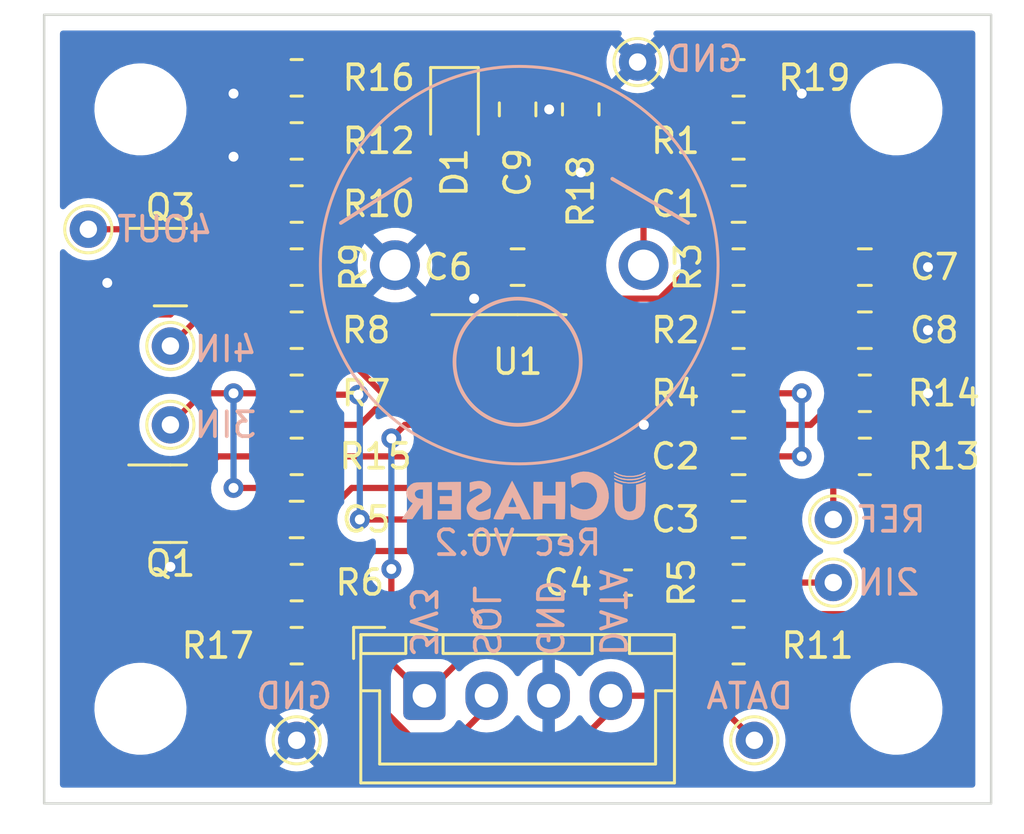
<source format=kicad_pcb>
(kicad_pcb (version 20221018) (generator pcbnew)
  (layers (0 "F.Cu" signal) (31 "B.Cu" signal) (34 "B.Paste" user) (35 "F.Paste" user) (36 "B.SilkS" user "B.Silkscreen") (37 "F.SilkS" user "F.Silkscreen") (38 "B.Mask" user) (39 "F.Mask" user) (44 "Edge.Cuts" user))
  (net 0 "")
  (net 1 "Net-(C1-Pad1)")
  (net 2 "Net-(U1D--)")
  (net 3 "Net-(C2-Pad1)")
  (net 4 "Net-(U1C--)")
  (net 5 "Net-(C3-Pad2)")
  (net 6 "Net-(C5-Pad1)")
  (net 7 "Net-(U1B--)")
  (net 8 "GND")
  (net 9 "+3.3V")
  (net 10 "Net-(U1B-+)")
  (net 11 "Net-(Q1-C)")
  (net 12 "Net-(D1-K)")
  (net 13 "Net-(D1-A)")
  (net 14 "/SQUELCH")
  (net 15 "/DATA")
  (net 16 "Net-(LS1-Pad1)")
  (net 17 "Net-(Q1-B)")
  (net 18 "Net-(Q3-B)")
  (net 19 "Net-(R2-Pad2)")
  (net 20 "Net-(R7-Pad2)")
  (net 21 "Net-(U1A-+)")
  (footprint "Resistor_SMD:R_0805_2012Metric" (layer "F.Cu") (at 88.9 64.77)
    (fp_text reference "R13" (at 3.175 0) (layer "F.SilkS"))
    (fp_text value "10K")
    (pad "1" smd roundrect (at -0.9125 0) (size 1.025 1.4) (layers "F.Cu" "F.Paste" "F.Mask") (roundrect_rratio 0.243902439) (net 10 "Net-(U1B-+)"))
    (pad "2" smd roundrect (at 0.9125 0) (size 1.025 1.4) (layers "F.Cu" "F.Paste" "F.Mask") (roundrect_rratio 0.243902439) (net 9 "+3.3V"))
  )
  (footprint "TestPoint:TestPoint_THTPad_D1.5mm_Drill0.7mm" (layer "F.Cu") (at 79.756 48.895)
    (fp_text reference "TP2" hide)
    (fp_text value "TestPoint")
    (pad "1" thru_hole circle (at 0 0) (size 1.5 1.5) (drill 0.7) (layers "*.Cu" "*.Mask") (net 8 "GND"))
  )
  (footprint "Resistor_SMD:R_0805_2012Metric" (layer "F.Cu") (at 88.9 62.23)
    (fp_text reference "R14" (at 3.175 0) (layer "F.SilkS"))
    (fp_text value "10K")
    (pad "1" smd roundrect (at -0.9125 0) (size 1.025 1.4) (layers "F.Cu" "F.Paste" "F.Mask") (roundrect_rratio 0.243902439) (net 10 "Net-(U1B-+)"))
    (pad "2" smd roundrect (at 0.9125 0) (size 1.025 1.4) (layers "F.Cu" "F.Paste" "F.Mask") (roundrect_rratio 0.243902439) (net 8 "GND"))
  )
  (footprint "TestPoint:TestPoint_THTPad_D1.5mm_Drill0.7mm" (layer "F.Cu") (at 87.63 69.85)
    (fp_text reference "TP3" hide)
    (fp_text value "TestPoint")
    (pad "1" thru_hole circle (at 0 0) (size 1.5 1.5) (drill 0.7) (layers "*.Cu" "*.Mask") (net 4 "Net-(U1C--)"))
  )
  (footprint "Capacitor_SMD:C_0805_2012Metric" (layer "F.Cu") (at 74.93 57.15)
    (fp_text reference "C6" (at -2.794 0) (layer "F.SilkS"))
    (fp_text value "1uF")
    (pad "1" smd roundrect (at -0.95 0) (size 1 1.45) (layers "F.Cu" "F.Paste" "F.Mask") (net 8 "GND"))
    (pad "2" smd roundrect (at 0.95 0) (size 1 1.45) (layers "F.Cu" "F.Paste" "F.Mask") (net 9 "+3.3V"))
  )
  (footprint "Resistor_SMD:R_0805_2012Metric" (layer "F.Cu") (at 83.82 57.15)
    (fp_text reference "R3" (at -2.032 0 90) (layer "F.SilkS"))
    (fp_text value "6.8K")
    (pad "1" smd roundrect (at -0.9125 0) (size 1.025 1.4) (layers "F.Cu" "F.Paste" "F.Mask") (roundrect_rratio 0.243902439) (net 19 "Net-(R2-Pad2)"))
    (pad "2" smd roundrect (at 0.9125 0) (size 1.025 1.4) (layers "F.Cu" "F.Paste" "F.Mask") (roundrect_rratio 0.243902439) (net 3 "Net-(C2-Pad1)"))
  )
  (footprint "Resistor_SMD:R_0805_2012Metric" (layer "F.Cu") (at 66.04 69.85 180)
    (fp_text reference "R6" (at -2.54 0) (layer "F.SilkS"))
    (fp_text value "10K")
    (pad "1" smd roundrect (at -0.9125 0 180) (size 1.025 1.4) (layers "F.Cu" "F.Paste" "F.Mask") (roundrect_rratio 0.243902439) (net 5 "Net-(C3-Pad2)"))
    (pad "2" smd roundrect (at 0.9125 0 180) (size 1.025 1.4) (layers "F.Cu" "F.Paste" "F.Mask") (roundrect_rratio 0.243902439) (net 6 "Net-(C5-Pad1)"))
  )
  (footprint "MountingHole:MountingHole_3.2mm_M3" (layer "F.Cu") (at 90.17 74.93)
    (fp_text reference "H4" hide)
    (fp_text value "MountingHole")
    (pad "" np_thru_hole circle (at 0 0) (size 3.2 3.2) (drill 3.2) (layers "*.Cu" "*.Mask"))
  )
  (footprint "Resistor_SMD:R_0805_2012Metric" (layer "F.Cu") (at 83.82 59.69)
    (fp_text reference "R2" (at -2.54 0) (layer "F.SilkS"))
    (fp_text value "75K")
    (pad "1" smd roundrect (at -0.9125 0) (size 1.025 1.4) (layers "F.Cu" "F.Paste" "F.Mask") (roundrect_rratio 0.243902439) (net 2 "Net-(U1D--)"))
    (pad "2" smd roundrect (at 0.9125 0) (size 1.025 1.4) (layers "F.Cu" "F.Paste" "F.Mask") (roundrect_rratio 0.243902439) (net 19 "Net-(R2-Pad2)"))
  )
  (footprint "Capacitor_SMD:C_0805_2012Metric" (layer "F.Cu") (at 88.9 59.69 180)
    (fp_text reference "C8" (at -2.794 0) (layer "F.SilkS"))
    (fp_text value "1uF")
    (pad "1" smd roundrect (at -0.95 0 180) (size 1 1.45) (layers "F.Cu" "F.Paste" "F.Mask") (net 8 "GND"))
    (pad "2" smd roundrect (at 0.95 0 180) (size 1 1.45) (layers "F.Cu" "F.Paste" "F.Mask") (net 10 "Net-(U1B-+)"))
  )
  (footprint "Resistor_SMD:R_0805_2012Metric" (layer "F.Cu") (at 83.82 72.39 180)
    (fp_text reference "R11" (at -3.175 0) (layer "F.SilkS"))
    (fp_text value "1K")
    (pad "1" smd roundrect (at -0.9125 0 180) (size 1.025 1.4) (layers "F.Cu" "F.Paste" "F.Mask") (roundrect_rratio 0.243902439) (net 15 "/DATA"))
    (pad "2" smd roundrect (at 0.9125 0 180) (size 1.025 1.4) (layers "F.Cu" "F.Paste" "F.Mask") (roundrect_rratio 0.243902439) (net 9 "+3.3V"))
  )
  (footprint "Connector_JST:JST_XH_B4B-XH-A_1x04_P2.50mm_Vertical" (layer "F.Cu") (at 71.18 74.405)
    (fp_text reference "J1" hide)
    (fp_text value "Conn_01x04_Socket")
    (pad "1" thru_hole roundrect (at 0 0) (size 1.7 1.95) (drill 0.95) (layers "*.Cu" "*.Mask") (roundrect_rratio 0.1470588235) (net 9 "+3.3V"))
    (pad "2" thru_hole oval (at 2.5 0) (size 1.7 1.95) (drill 0.95) (layers "*.Cu" "*.Mask") (net 14 "/SQUELCH"))
    (pad "3" thru_hole oval (at 5 0) (size 1.7 1.95) (drill 0.95) (layers "*.Cu" "*.Mask") (net 8 "GND"))
    (pad "4" thru_hole oval (at 7.5 0) (size 1.7 1.95) (drill 0.95) (layers "*.Cu" "*.Mask") (net 15 "/DATA"))
  )
  (footprint "Resistor_SMD:R_0805_2012Metric" (layer "F.Cu") (at 66.04 72.39 180)
    (fp_text reference "R17" (at 3.175 0) (layer "F.SilkS"))
    (fp_text value "10K")
    (pad "1" smd roundrect (at -0.9125 0 180) (size 1.025 1.4) (layers "F.Cu" "F.Paste" "F.Mask") (roundrect_rratio 0.243902439) (net 14 "/SQUELCH"))
    (pad "2" smd roundrect (at 0.9125 0 180) (size 1.025 1.4) (layers "F.Cu" "F.Paste" "F.Mask") (roundrect_rratio 0.243902439) (net 17 "Net-(Q1-B)"))
  )
  (footprint "Capacitor_SMD:C_0805_2012Metric" (layer "F.Cu") (at 88.9 57.15 180)
    (fp_text reference "C7" (at -2.794 0) (layer "F.SilkS"))
    (fp_text value "1nF")
    (pad "1" smd roundrect (at -0.95 0 180) (size 1 1.45) (layers "F.Cu" "F.Paste" "F.Mask") (net 8 "GND"))
    (pad "2" smd roundrect (at 0.95 0 180) (size 1 1.45) (layers "F.Cu" "F.Paste" "F.Mask") (net 10 "Net-(U1B-+)"))
  )
  (footprint "Resistor_SMD:R_0805_2012Metric" (layer "F.Cu") (at 66.04 62.23)
    (fp_text reference "R7" (at 2.794 0) (layer "F.SilkS"))
    (fp_text value "75K")
    (pad "1" smd roundrect (at -0.9125 0) (size 1.025 1.4) (layers "F.Cu" "F.Paste" "F.Mask") (roundrect_rratio 0.243902439) (net 7 "Net-(U1B--)"))
    (pad "2" smd roundrect (at 0.9125 0) (size 1.025 1.4) (layers "F.Cu" "F.Paste" "F.Mask") (roundrect_rratio 0.243902439) (net 20 "Net-(R7-Pad2)"))
  )
  (footprint "Resistor_SMD:R_0805_2012Metric" (layer "F.Cu") (at 66.04 52.07)
    (fp_text reference "R12" (at 3.302 0) (layer "F.SilkS"))
    (fp_text value "3.9K")
    (pad "1" smd roundrect (at -0.9125 0) (size 1.025 1.4) (layers "F.Cu" "F.Paste" "F.Mask") (roundrect_rratio 0.243902439) (net 8 "GND"))
    (pad "2" smd roundrect (at 0.9125 0) (size 1.025 1.4) (layers "F.Cu" "F.Paste" "F.Mask") (roundrect_rratio 0.243902439) (net 18 "Net-(Q3-B)"))
  )
  (footprint "Resistor_SMD:R_0805_2012Metric" (layer "F.Cu") (at 66.04 57.15 180)
    (fp_text reference "R9" (at -2.286 0 90) (layer "F.SilkS"))
    (fp_text value "120K")
    (pad "1" smd roundrect (at -0.9125 0 180) (size 1.025 1.4) (layers "F.Cu" "F.Paste" "F.Mask") (roundrect_rratio 0.243902439) (net 21 "Net-(U1A-+)"))
    (pad "2" smd roundrect (at 0.9125 0 180) (size 1.025 1.4) (layers "F.Cu" "F.Paste" "F.Mask") (roundrect_rratio 0.243902439) (net 15 "/DATA"))
  )
  (footprint "MountingHole:MountingHole_3.2mm_M3" (layer "F.Cu") (at 59.755 74.93)
    (fp_text reference "H3" hide)
    (fp_text value "MountingHole")
    (pad "" np_thru_hole circle (at 0 0) (size 3.2 3.2) (drill 3.2) (layers "*.Cu" "*.Mask"))
  )
  (footprint "Resistor_SMD:R_0805_2012Metric" (layer "F.Cu") (at 83.82 49.53 180)
    (fp_text reference "R19" (at -3.048 0 180) (layer "F.SilkS"))
    (fp_text value "DO NOT POPULATE")
    (pad "1" smd roundrect (at -0.9125 0 180) (size 1.025 1.4) (layers "F.Cu" "F.Paste" "F.Mask") (roundrect_rratio 0.243902439) (net 8 "GND"))
    (pad "2" smd roundrect (at 0.9125 0 180) (size 1.025 1.4) (layers "F.Cu" "F.Paste" "F.Mask") (roundrect_rratio 0.243902439) (net 16 "Net-(LS1-Pad1)"))
  )
  (footprint "TestPoint:TestPoint_THTPad_D1.5mm_Drill0.7mm" (layer "F.Cu") (at 60.96 63.5)
    (fp_text reference "TP5" hide)
    (fp_text value "TestPoint")
    (pad "1" thru_hole circle (at 0 0) (size 1.5 1.5) (drill 0.7) (layers "*.Cu" "*.Mask") (net 7 "Net-(U1B--)"))
  )
  (footprint "Resistor_SMD:R_0805_2012Metric" (layer "F.Cu") (at 83.82 62.23)
    (fp_text reference "R4" (at -2.54 0) (layer "F.SilkS"))
    (fp_text value "220")
    (pad "1" smd roundrect (at -0.9125 0) (size 1.025 1.4) (layers "F.Cu" "F.Paste" "F.Mask") (roundrect_rratio 0.243902439) (net 10 "Net-(U1B-+)"))
    (pad "2" smd roundrect (at 0.9125 0) (size 1.025 1.4) (layers "F.Cu" "F.Paste" "F.Mask") (roundrect_rratio 0.243902439) (net 3 "Net-(C2-Pad1)"))
  )
  (footprint "Package_TO_SOT_SMD:SOT-23" (layer "F.Cu") (at 60.96 57.15)
    (fp_text reference "Q3" (at 0 -2.4) (layer "F.SilkS"))
    (fp_text value "MMBT3904")
    (pad "1" smd roundrect (at -0.9375 -0.95) (size 1.475 0.6) (layers "F.Cu" "F.Paste" "F.Mask") (net 18 "Net-(Q3-B)"))
    (pad "2" smd roundrect (at -0.9375 0.95) (size 1.475 0.6) (layers "F.Cu" "F.Paste" "F.Mask") (net 8 "GND"))
    (pad "3" smd roundrect (at 0.9375 0) (size 1.475 0.6) (layers "F.Cu" "F.Paste" "F.Mask") (net 15 "/DATA"))
  )
  (footprint "Resistor_SMD:R_0805_2012Metric" (layer "F.Cu") (at 77.47 50.8 90)
    (fp_text reference "R18" (at -3.302 0 270) (layer "F.SilkS"))
    (fp_text value "100")
    (pad "1" smd roundrect (at -0.9125 0 90) (size 1.025 1.4) (layers "F.Cu" "F.Paste" "F.Mask") (roundrect_rratio 0.243902439) (net 8 "GND"))
    (pad "2" smd roundrect (at 0.9125 0 90) (size 1.025 1.4) (layers "F.Cu" "F.Paste" "F.Mask") (roundrect_rratio 0.243902439) (net 12 "Net-(D1-K)"))
  )
  (footprint "Package_SO:SOIC-14_3.9x8.7mm_P1.27mm" (layer "F.Cu") (at 74.93 63.5)
    (fp_text reference "U1" (at 0 -2.54) (layer "F.SilkS"))
    (fp_text value "LM324")
    (pad "1" smd roundrect (at -2.475 -3.81) (size 1.95 0.6) (layers "F.Cu" "F.Paste" "F.Mask") (net 13 "Net-(D1-A)"))
    (pad "2" smd roundrect (at -2.475 -2.54) (size 1.95 0.6) (layers "F.Cu" "F.Paste" "F.Mask") (net 11 "Net-(Q1-C)"))
    (pad "3" smd roundrect (at -2.475 -1.27) (size 1.95 0.6) (layers "F.Cu" "F.Paste" "F.Mask") (net 21 "Net-(U1A-+)"))
    (pad "4" smd roundrect (at -2.475 0) (size 1.95 0.6) (layers "F.Cu" "F.Paste" "F.Mask") (net 9 "+3.3V"))
    (pad "5" smd roundrect (at -2.475 1.27) (size 1.95 0.6) (layers "F.Cu" "F.Paste" "F.Mask") (net 10 "Net-(U1B-+)"))
    (pad "6" smd roundrect (at -2.475 2.54) (size 1.95 0.6) (layers "F.Cu" "F.Paste" "F.Mask") (net 7 "Net-(U1B--)"))
    (pad "7" smd roundrect (at -2.475 3.81) (size 1.95 0.6) (layers "F.Cu" "F.Paste" "F.Mask") (net 20 "Net-(R7-Pad2)"))
    (pad "8" smd roundrect (at 2.475 3.81) (size 1.95 0.6) (layers "F.Cu" "F.Paste" "F.Mask") (net 5 "Net-(C3-Pad2)"))
    (pad "9" smd roundrect (at 2.475 2.54) (size 1.95 0.6) (layers "F.Cu" "F.Paste" "F.Mask") (net 4 "Net-(U1C--)"))
    (pad "10" smd roundrect (at 2.475 1.27) (size 1.95 0.6) (layers "F.Cu" "F.Paste" "F.Mask") (net 10 "Net-(U1B-+)"))
    (pad "11" smd roundrect (at 2.475 0) (size 1.95 0.6) (layers "F.Cu" "F.Paste" "F.Mask") (net 8 "GND"))
    (pad "12" smd roundrect (at 2.475 -1.27) (size 1.95 0.6) (layers "F.Cu" "F.Paste" "F.Mask") (net 10 "Net-(U1B-+)"))
    (pad "13" smd roundrect (at 2.475 -2.54) (size 1.95 0.6) (layers "F.Cu" "F.Paste" "F.Mask") (net 2 "Net-(U1D--)"))
    (pad "14" smd roundrect (at 2.475 -3.81) (size 1.95 0.6) (layers "F.Cu" "F.Paste" "F.Mask") (net 19 "Net-(R2-Pad2)"))
  )
  (footprint "Capacitor_SMD:C_0805_2012Metric" (layer "F.Cu") (at 83.82 64.77 180)
    (fp_text reference "C2" (at 2.54 0) (layer "F.SilkS"))
    (fp_text value "1nF")
    (pad "1" smd roundrect (at -0.95 0 180) (size 1 1.45) (layers "F.Cu" "F.Paste" "F.Mask") (net 3 "Net-(C2-Pad1)"))
    (pad "2" smd roundrect (at 0.95 0 180) (size 1 1.45) (layers "F.Cu" "F.Paste" "F.Mask") (net 4 "Net-(U1C--)"))
  )
  (footprint "LED_SMD:LED_0805_2012Metric" (layer "F.Cu") (at 72.39 50.8 -90)
    (fp_text reference "D1" (at 2.54 0 90) (layer "F.SilkS"))
    (fp_text value "LED")
    (pad "1" smd roundrect (at -0.9375 0 270) (size 0.975 1.4) (layers "F.Cu" "F.Paste" "F.Mask") (net 12 "Net-(D1-K)"))
    (pad "2" smd roundrect (at 0.9375 0 270) (size 0.975 1.4) (layers "F.Cu" "F.Paste" "F.Mask") (net 13 "Net-(D1-A)"))
  )
  (footprint "Package_TO_SOT_SMD:SOT-23" (layer "F.Cu") (at 60.96 66.675)
    (fp_text reference "Q1" (at 0 2.413) (layer "F.SilkS"))
    (fp_text value "MMBT3904")
    (pad "1" smd roundrect (at -0.9375 -0.95) (size 1.475 0.6) (layers "F.Cu" "F.Paste" "F.Mask") (net 17 "Net-(Q1-B)"))
    (pad "2" smd roundrect (at -0.9375 0.95) (size 1.475 0.6) (layers "F.Cu" "F.Paste" "F.Mask") (net 8 "GND"))
    (pad "3" smd roundrect (at 0.9375 0) (size 1.475 0.6) (layers "F.Cu" "F.Paste" "F.Mask") (net 11 "Net-(Q1-C)"))
  )
  (footprint "Resistor_SMD:R_0805_2012Metric" (layer "F.Cu") (at 66.04 54.61 180)
    (fp_text reference "R10" (at -3.302 0) (layer "F.SilkS"))
    (fp_text value "10K")
    (pad "1" smd roundrect (at -0.9125 0 180) (size 1.025 1.4) (layers "F.Cu" "F.Paste" "F.Mask") (roundrect_rratio 0.243902439) (net 13 "Net-(D1-A)"))
    (pad "2" smd roundrect (at 0.9125 0 180) (size 1.025 1.4) (layers "F.Cu" "F.Paste" "F.Mask") (roundrect_rratio 0.243902439) (net 18 "Net-(Q3-B)"))
  )
  (footprint "TestPoint:TestPoint_THTPad_D1.5mm_Drill0.7mm" (layer "F.Cu") (at 57.658 55.626)
    (fp_text reference "TP7" hide)
    (fp_text value "TestPoint")
    (pad "1" thru_hole circle (at 0 0) (size 1.5 1.5) (drill 0.7) (layers "*.Cu" "*.Mask") (net 13 "Net-(D1-A)"))
  )
  (footprint "Resistor_SMD:R_0805_2012Metric" (layer "F.Cu") (at 83.82 69.85 180)
    (fp_text reference "R5" (at 2.286 0 90) (layer "F.SilkS"))
    (fp_text value "75K")
    (pad "1" smd roundrect (at -0.9125 0 180) (size 1.025 1.4) (layers "F.Cu" "F.Paste" "F.Mask") (roundrect_rratio 0.243902439) (net 4 "Net-(U1C--)"))
    (pad "2" smd roundrect (at 0.9125 0 180) (size 1.025 1.4) (layers "F.Cu" "F.Paste" "F.Mask") (roundrect_rratio 0.243902439) (net 5 "Net-(C3-Pad2)"))
  )
  (footprint "TestPoint:TestPoint_THTPad_D1.5mm_Drill0.7mm" (layer "F.Cu") (at 66.04 76.2)
    (fp_text reference "TP1" hide)
    (fp_text value "TestPoint")
    (pad "1" thru_hole circle (at 0 0) (size 1.5 1.5) (drill 0.7) (layers "*.Cu" "*.Mask") (net 8 "GND"))
  )
  (footprint "Capacitor_SMD:C_0805_2012Metric" (layer "F.Cu") (at 83.82 54.61 180)
    (fp_text reference "C1" (at 2.54 0) (layer "F.SilkS"))
    (fp_text value "10nF")
    (pad "1" smd roundrect (at -0.95 0 180) (size 1 1.45) (layers "F.Cu" "F.Paste" "F.Mask") (net 1 "Net-(C1-Pad1)"))
    (pad "2" smd roundrect (at 0.95 0 180) (size 1 1.45) (layers "F.Cu" "F.Paste" "F.Mask") (net 2 "Net-(U1D--)"))
  )
  (footprint "MountingHole:MountingHole_3.2mm_M3" (layer "F.Cu") (at 90.17 50.8)
    (fp_text reference "H2" hide)
    (fp_text value "MountingHole")
    (pad "" np_thru_hole circle (at 0 0) (size 3.2 3.2) (drill 3.2) (layers "*.Cu" "*.Mask"))
  )
  (footprint "Capacitor_SMD:C_0805_2012Metric" (layer "F.Cu") (at 66.04 67.31)
    (fp_text reference "C5" (at 2.794 0) (layer "F.SilkS"))
    (fp_text value "10nF")
    (pad "1" smd roundrect (at -0.95 0) (size 1 1.45) (layers "F.Cu" "F.Paste" "F.Mask") (net 6 "Net-(C5-Pad1)"))
    (pad "2" smd roundrect (at 0.95 0) (size 1 1.45) (layers "F.Cu" "F.Paste" "F.Mask") (net 7 "Net-(U1B--)"))
  )
  (footprint "Resistor_SMD:R_0805_2012Metric" (layer "F.Cu") (at 66.04 59.69)
    (fp_text reference "R8" (at 2.794 0) (layer "F.SilkS"))
    (fp_text value "4.3K")
    (pad "1" smd roundrect (at -0.9125 0) (size 1.025 1.4) (layers "F.Cu" "F.Paste" "F.Mask") (roundrect_rratio 0.243902439) (net 20 "Net-(R7-Pad2)"))
    (pad "2" smd roundrect (at 0.9125 0) (size 1.025 1.4) (layers "F.Cu" "F.Paste" "F.Mask") (roundrect_rratio 0.243902439) (net 21 "Net-(U1A-+)"))
  )
  (footprint "Resistor_SMD:R_0805_2012Metric" (layer "F.Cu") (at 83.82 52.07)
    (fp_text reference "R1" (at -2.54 0) (layer "F.SilkS"))
    (fp_text value "10K")
    (pad "1" smd roundrect (at -0.9125 0) (size 1.025 1.4) (layers "F.Cu" "F.Paste" "F.Mask") (roundrect_rratio 0.243902439) (net 16 "Net-(LS1-Pad1)"))
    (pad "2" smd roundrect (at 0.9125 0) (size 1.025 1.4) (layers "F.Cu" "F.Paste" "F.Mask") (roundrect_rratio 0.243902439) (net 1 "Net-(C1-Pad1)"))
  )
  (footprint "Capacitor_SMD:C_0805_2012Metric" (layer "F.Cu") (at 74.93 50.8 -90)
    (fp_text reference "C9" (at 2.54 0 -90) (layer "F.SilkS"))
    (fp_text value "1nF")
    (pad "1" smd roundrect (at -0.95 0 270) (size 1 1.45) (layers "F.Cu" "F.Paste" "F.Mask") (net 8 "GND"))
    (pad "2" smd roundrect (at 0.95 0 270) (size 1 1.45) (layers "F.Cu" "F.Paste" "F.Mask") (net 11 "Net-(Q1-C)"))
  )
  (footprint "Resistor_SMD:R_0805_2012Metric" (layer "F.Cu") (at 66.04 64.77)
    (fp_text reference "R15" (at 3.175 0) (layer "F.SilkS"))
    (fp_text value "120K")
    (pad "1" smd roundrect (at -0.9125 0) (size 1.025 1.4) (layers "F.Cu" "F.Paste" "F.Mask") (roundrect_rratio 0.243902439) (net 11 "Net-(Q1-C)"))
    (pad "2" smd roundrect (at 0.9125 0) (size 1.025 1.4) (layers "F.Cu" "F.Paste" "F.Mask") (roundrect_rratio 0.243902439) (net 10 "Net-(U1B-+)"))
  )
  (footprint "TestPoint:TestPoint_THTPad_D1.5mm_Drill0.7mm" (layer "F.Cu") (at 87.63 67.31)
    (fp_text reference "TP4" hide)
    (fp_text value "TestPoint")
    (pad "1" thru_hole circle (at 0 0) (size 1.5 1.5) (drill 0.7) (layers "*.Cu" "*.Mask") (net 10 "Net-(U1B-+)"))
  )
  (footprint "Capacitor_SMD:C_0805_2012Metric" (layer "F.Cu") (at 83.82 67.31 180)
    (fp_text reference "C3" (at 2.54 0) (layer "F.SilkS"))
    (fp_text value "1nF")
    (pad "1" smd roundrect (at -0.95 0 180) (size 1 1.45) (layers "F.Cu" "F.Paste" "F.Mask") (net 3 "Net-(C2-Pad1)"))
    (pad "2" smd roundrect (at 0.95 0 180) (size 1 1.45) (layers "F.Cu" "F.Paste" "F.Mask") (net 5 "Net-(C3-Pad2)"))
  )
  (footprint "TestPoint:TestPoint_THTPad_D1.5mm_Drill0.7mm" (layer "F.Cu") (at 60.96 60.325)
    (fp_text reference "TP6" hide)
    (fp_text value "TestPoint")
    (pad "1" thru_hole circle (at 0 0) (size 1.5 1.5) (drill 0.7) (layers "*.Cu" "*.Mask") (net 21 "Net-(U1A-+)"))
  )
  (footprint "Capacitor_SMD:C_0603_1608Metric" (layer "F.Cu") (at 79.375 69.85 180)
    (fp_text reference "C4" (at 2.413 0) (layer "F.SilkS"))
    (fp_text value "68pF")
    (pad "1" smd roundrect (at -0.775 0 180) (size 0.9 0.95) (layers "F.Cu" "F.Paste" "F.Mask") (net 4 "Net-(U1C--)"))
    (pad "2" smd roundrect (at 0.775 0 180) (size 0.9 0.95) (layers "F.Cu" "F.Paste" "F.Mask") (net 5 "Net-(C3-Pad2)"))
  )
  (footprint "TestPoint:TestPoint_THTPad_D1.5mm_Drill0.7mm" (layer "F.Cu") (at 84.455 76.2)
    (fp_text reference "TP8" hide)
    (fp_text value "TestPoint")
    (pad "1" thru_hole circle (at 0 0) (size 1.5 1.5) (drill 0.7) (layers "*.Cu" "*.Mask") (net 15 "/DATA"))
  )
  (footprint "MountingHole:MountingHole_3.2mm_M3" (layer "F.Cu") (at 59.755 50.8)
    (fp_text reference "H1" hide)
    (fp_text value "MountingHole")
    (pad "" np_thru_hole circle (at 0 0) (size 3.2 3.2) (drill 3.2) (layers "*.Cu" "*.Mask"))
  )
  (footprint "Resistor_SMD:R_0805_2012Metric" (layer "F.Cu") (at 66.04 49.53 180)
    (fp_text reference "R16" (at -3.302 0) (layer "F.SilkS"))
    (fp_text value "2M")
    (pad "1" smd roundrect (at -0.9125 0 180) (size 1.025 1.4) (layers "F.Cu" "F.Paste" "F.Mask") (roundrect_rratio 0.243902439) (net 11 "Net-(Q1-C)"))
    (pad "2" smd roundrect (at 0.9125 0 180) (size 1.025 1.4) (layers "F.Cu" "F.Paste" "F.Mask") (roundrect_rratio 0.243902439) (net 8 "GND"))
  )
  (footprint "uFinder:logo" (layer "B.Cu") (at 74.93 66.294 180)
    (fp_text reference "Logo1" hide)
    (fp_text value "~" hide)
  )
  (footprint "uFinder:ULTRASONIC_16MM" (layer "B.Cu") (at 74.995 57.07 90)
    (fp_text reference "LS1" hide)
    (fp_text value "Speaker_Ultrasound")
    (pad "1" thru_hole circle (at 0 5 90) (size 2 2) (drill 1.25) (layers "*.Cu" "*.Mask") (net 16 "Net-(LS1-Pad1)"))
    (pad "2" thru_hole circle (at 0 -5 90) (size 2 2) (drill 1.25) (layers "*.Cu" "*.Mask") (net 8 "GND"))
  )
  (gr_circle (center 74.93 60.96) (end 77.47 60.96) (stroke (width 0.15)) (fill none) (layer "B.SilkS"))
  (gr_line (start 81.788 55.372) (end 78.74 53.594) (stroke (width 0.15)) (layer "B.SilkS"))
  (gr_line (start 67.818 55.372) (end 70.612 53.594) (stroke (width 0.15)) (layer "B.SilkS"))
  (gr_rect (start 55.88 46.99) (end 93.98 78.74) (stroke (width 0.1)) (fill none) (layer "Edge.Cuts"))
  (gr_text "DATA" (at 78.74 72.898 270) (layer "B.SilkS") (effects (font (size 1 1)) (justify left mirror)))
  (gr_text "Rec V0.2" (at 74.93 68.834) (layer "B.SilkS") (effects (font (size 1 1)) (justify bottom mirror)))
  (gr_text "4OUT" (at 62.738 55.626) (layer "B.SilkS") (effects (font (size 1 1)) (justify left mirror)))
  (gr_text "GND" (at 84.074 48.768) (layer "B.SilkS") (effects (font (size 1 1)) (justify left mirror)))
  (gr_text "REF" (at 91.44 67.31) (layer "B.SilkS") (effects (font (size 1 1)) (justify left mirror)))
  (gr_text "3IN" (at 64.516 63.5) (layer "B.SilkS") (effects (font (size 1 1)) (justify left mirror)))
  (gr_text "GND" (at 76.2 72.898 270) (layer "B.SilkS") (effects (font (size 1 1)) (justify left mirror)))
  (gr_text "4IN" (at 64.516 60.452) (layer "B.SilkS") (effects (font (size 1 1)) (justify left mirror)))
  (gr_text "3V3" (at 71.12 72.898 270) (layer "B.SilkS") (effects (font (size 1 1)) (justify left mirror)))
  (gr_text "2IN" (at 91.186 69.85) (layer "B.SilkS") (effects (font (size 1 1)) (justify left mirror)))
  (gr_text "GND" (at 67.564 74.422) (layer "B.SilkS") (effects (font (size 1 1)) (justify left mirror)))
  (gr_text "DATA" (at 86.106 74.422) (layer "B.SilkS") (effects (font (size 1 1)) (justify left mirror)))
  (gr_text "SQL" (at 73.66 72.898 270) (layer "B.SilkS") (effects (font (size 1 1)) (justify left mirror)))
  (segment (start 84.77 52.1075) (end 84.7325 52.07) (width 0.25) (layer "F.Cu") (net 1))
  (segment (start 84.77 54.61) (end 84.77 52.1075) (width 0.25) (layer "F.Cu") (net 1))
  (segment (start 77.028249 58.42) (end 76.105 59.343249) (width 0.25) (layer "F.Cu") (net 2))
  (segment (start 81.915 55.565) (end 81.915 57.15) (width 0.25) (layer "F.Cu") (net 2))
  (segment (start 81.6375 60.96) (end 82.9075 59.69) (width 0.25) (layer "F.Cu") (net 2))
  (segment (start 77.028249 60.96) (end 77.405 60.96) (width 0.25) (layer "F.Cu") (net 2))
  (segment (start 77.405 60.96) (end 81.6375 60.96) (width 0.25) (layer "F.Cu") (net 2))
  (segment (start 82.87 54.61) (end 81.915 55.565) (width 0.25) (layer "F.Cu") (net 2))
  (segment (start 76.105 60.036751) (end 77.028249 60.96) (width 0.25) (layer "F.Cu") (net 2))
  (segment (start 81.915 57.15) (end 80.645 58.42) (width 0.25) (layer "F.Cu") (net 2))
  (segment (start 80.645 58.42) (end 77.028249 58.42) (width 0.25) (layer "F.Cu") (net 2))
  (segment (start 76.105 59.343249) (end 76.105 60.036751) (width 0.25) (layer "F.Cu") (net 2))
  (segment (start 84.7325 62.23) (end 85.725 61.2375) (width 0.25) (layer "F.Cu") (net 3))
  (segment (start 85.725 58.1425) (end 84.7325 57.15) (width 0.25) (layer "F.Cu") (net 3))
  (segment (start 84.77 64.77) (end 86.36 64.77) (width 0.25) (layer "F.Cu") (net 3))
  (segment (start 86.36 62.23) (end 84.7325 62.23) (width 0.25) (layer "F.Cu") (net 3))
  (segment (start 84.77 67.31) (end 84.77 64.77) (width 0.25) (layer "F.Cu") (net 3))
  (segment (start 85.725 61.2375) (end 85.725 58.1425) (width 0.25) (layer "F.Cu") (net 3))
  (via (at 86.36 64.77) (size 0.8) (drill 0.4) (layers "F.Cu" "B.Cu") (net 3))
  (via (at 86.36 62.23) (size 0.8) (drill 0.4) (layers "F.Cu" "B.Cu") (net 3))
  (segment (start 86.36 64.77) (end 86.36 62.23) (width 0.25) (layer "B.Cu") (net 3))
  (segment (start 81.28 71.12) (end 83.4625 71.12) (width 0.25) (layer "F.Cu") (net 4))
  (segment (start 83.4625 71.12) (end 84.7325 69.85) (width 0.25) (layer "F.Cu") (net 4))
  (segment (start 83.745 68.8625) (end 83.745 65.645) (width 0.25) (layer "F.Cu") (net 4))
  (segment (start 77.405 66.04) (end 81.6 66.04) (width 0.25) (layer "F.Cu") (net 4))
  (segment (start 81.6 66.04) (end 82.87 64.77) (width 0.25) (layer "F.Cu") (net 4))
  (segment (start 84.7325 69.85) (end 87.63 69.85) (width 0.25) (layer "F.Cu") (net 4))
  (segment (start 80.15 69.85) (end 80.15 69.99) (width 0.25) (layer "F.Cu") (net 4))
  (segment (start 84.7325 69.85) (end 83.745 68.8625) (width 0.25) (layer "F.Cu") (net 4))
  (segment (start 80.15 69.99) (end 81.28 71.12) (width 0.25) (layer "F.Cu") (net 4))
  (segment (start 83.745 65.645) (end 82.87 64.77) (width 0.25) (layer "F.Cu") (net 4))
  (segment (start 66.9525 69.85) (end 68.2225 68.58) (width 0.25) (layer "F.Cu") (net 5))
  (segment (start 82.87 67.31) (end 82.87 69.8125) (width 0.25) (layer "F.Cu") (net 5))
  (segment (start 77.405 67.31) (end 77.405 68.655) (width 0.25) (layer "F.Cu") (net 5))
  (segment (start 77.405 68.655) (end 78.6 69.85) (width 0.25) (layer "F.Cu") (net 5))
  (segment (start 76.2 67.31) (end 77.405 67.31) (width 0.25) (layer "F.Cu") (net 5))
  (segment (start 74.93 68.58) (end 76.2 67.31) (width 0.25) (layer "F.Cu") (net 5))
  (segment (start 68.2225 68.58) (end 74.93 68.58) (width 0.25) (layer "F.Cu") (net 5))
  (segment (start 77.405 67.31) (end 82.87 67.31) (width 0.25) (layer "F.Cu") (net 5))
  (segment (start 82.87 69.8125) (end 82.9075 69.85) (width 0.25) (layer "F.Cu") (net 5))
  (segment (start 65.1275 67.3475) (end 65.09 67.31) (width 0.25) (layer "F.Cu") (net 6))
  (segment (start 65.1275 69.85) (end 65.1275 67.3475) (width 0.25) (layer "F.Cu") (net 6))
  (segment (start 65.72 66.04) (end 66.99 67.31) (width 0.25) (layer "F.Cu") (net 7))
  (segment (start 66.99 67.31) (end 68.26 66.04) (width 0.25) (layer "F.Cu") (net 7))
  (segment (start 63.5 66.04) (end 65.72 66.04) (width 0.25) (layer "F.Cu") (net 7))
  (segment (start 62.23 62.23) (end 63.5 62.23) (width 0.25) (layer "F.Cu") (net 7))
  (segment (start 68.26 66.04) (end 72.455 66.04) (width 0.25) (layer "F.Cu") (net 7))
  (segment (start 65.1275 62.23) (end 63.5 62.23) (width 0.25) (layer "F.Cu") (net 7))
  (segment (start 60.96 63.5) (end 62.23 62.23) (width 0.25) (layer "F.Cu") (net 7))
  (via (at 63.5 62.23) (size 0.8) (drill 0.4) (layers "F.Cu" "B.Cu") (net 7))
  (via (at 63.5 66.04) (size 0.8) (drill 0.4) (layers "F.Cu" "B.Cu") (net 7))
  (segment (start 63.5 62.23) (end 63.5 66.04) (width 0.25) (layer "B.Cu") (net 7))
  (segment (start 65.1275 49.53) (end 64.135 49.53) (width 0.25) (layer "F.Cu") (net 8))
  (segment (start 65.1275 52.07) (end 64.135 52.07) (width 0.25) (layer "F.Cu") (net 8))
  (segment (start 89.85 59.69) (end 91.44 59.69) (width 0.25) (layer "F.Cu") (net 8))
  (segment (start 58.735 58.1) (end 58.42 57.785) (width 0.25) (layer "F.Cu") (net 8))
  (segment (start 84.7325 49.53) (end 85.725 49.53) (width 0.25) (layer "F.Cu") (net 8))
  (segment (start 74.93 49.85) (end 75.25 49.85) (width 0.25) (layer "F.Cu") (net 8))
  (segment (start 77.47 51.7125) (end 77.47 53.34) (width 0.25) (layer "F.Cu") (net 8))
  (segment (start 89.85 57.15) (end 91.44 57.15) (width 0.25) (layer "F.Cu") (net 8))
  (segment (start 73.98 57.6195) (end 73.1795 58.42) (width 0.25) (layer "F.Cu") (net 8))
  (segment (start 64.135 49.53) (end 63.5 50.165) (width 0.25) (layer "F.Cu") (net 8))
  (segment (start 60.0225 58.1) (end 58.735 58.1) (width 0.25) (layer "F.Cu") (net 8))
  (segment (start 60.0225 67.625) (end 60.0225 68.2775) (width 0.25) (layer "F.Cu") (net 8))
  (segment (start 73.98 57.15) (end 73.98 57.6195) (width 0.25) (layer "F.Cu") (net 8))
  (segment (start 64.135 52.07) (end 63.5 52.705) (width 0.25) (layer "F.Cu") (net 8))
  (segment (start 89.8125 62.23) (end 91.44 62.23) (width 0.25) (layer "F.Cu") (net 8))
  (segment (start 85.725 49.53) (end 86.36 50.165) (width 0.25) (layer "F.Cu") (net 8))
  (segment (start 60.0225 68.2775) (end 60.96 69.215) (width 0.25) (layer "F.Cu") (net 8))
  (segment (start 75.25 49.85) (end 76.2 50.8) (width 0.25) (layer "F.Cu") (net 8))
  (segment (start 77.405 63.5) (end 80.01 63.5) (width 0.25) (layer "F.Cu") (net 8))
  (via (at 63.5 50.165) (size 0.8) (drill 0.4) (layers "F.Cu" "B.Cu") (net 8))
  (via (at 60.96 69.215) (size 0.8) (drill 0.4) (layers "F.Cu" "B.Cu") (net 8))
  (via (at 91.44 57.15) (size 0.8) (drill 0.4) (layers "F.Cu" "B.Cu") (net 8))
  (via (at 77.47 53.34) (size 0.8) (drill 0.4) (layers "F.Cu" "B.Cu") (net 8))
  (via (at 80.01 63.5) (size 0.8) (drill 0.4) (layers "F.Cu" "B.Cu") (net 8))
  (via (at 63.5 52.705) (size 0.8) (drill 0.4) (layers "F.Cu" "B.Cu") (net 8))
  (via (at 91.44 62.23) (size 0.8) (drill 0.4) (layers "F.Cu" "B.Cu") (net 8))
  (via (at 76.2 50.8) (size 0.8) (drill 0.4) (layers "F.Cu" "B.Cu") (net 8))
  (via (at 91.44 59.69) (size 0.8) (drill 0.4) (layers "F.Cu" "B.Cu") (net 8))
  (via (at 86.36 50.165) (size 0.8) (drill 0.4) (layers "F.Cu" "B.Cu") (net 8))
  (via (at 73.1795 58.42) (size 0.8) (drill 0.4) (layers "F.Cu" "B.Cu") (net 8))
  (via (at 58.42 57.785) (size 0.8) (drill 0.4) (layers "F.Cu" "B.Cu") (net 8))
  (segment (start 73.195 72.39) (end 71.18 74.405) (width 0.25) (layer "F.Cu") (net 9))
  (segment (start 73.661396 63.5) (end 74.48 62.681396) (width 0.25) (layer "F.Cu") (net 9))
  (segment (start 75.655 61.505) (end 75.655 57.375) (width 0.25) (layer "F.Cu") (net 9))
  (segment (start 89.8125 70.2075) (end 89.8125 64.77) (width 0.25) (layer "F.Cu") (net 9))
  (segment (start 70.3955 63.5) (end 72.455 63.5) (width 0.25) (layer "F.Cu") (net 9))
  (segment (start 82.9075 72.39) (end 84.1775 71.12) (width 0.25) (layer "F.Cu") (net 9))
  (segment (start 74.48 62.68) (end 75.655 61.505) (width 0.25) (layer "F.Cu") (net 9))
  (segment (start 72.455 63.5) (end 73.661396 63.5) (width 0.25) (layer "F.Cu") (net 9))
  (segment (start 69.85 64.0455) (end 70.3955 63.5) (width 0.25) (layer "F.Cu") (net 9))
  (segment (start 74.48 62.681396) (end 74.48 62.68) (width 0.25) (layer "F.Cu") (net 9))
  (segment (start 69.85 73.075) (end 69.85 69.3045) (width 0.25) (layer "F.Cu") (net 9))
  (segment (start 75.655 57.375) (end 75.88 57.15) (width 0.25) (layer "F.Cu") (net 9))
  (segment (start 71.18 74.405) (end 71.18 73.6) (width 0.25) (layer "F.Cu") (net 9))
  (segment (start 88.9 71.12) (end 89.8125 70.2075) (width 0.25) (layer "F.Cu") (net 9))
  (segment (start 84.1775 71.12) (end 88.9 71.12) (width 0.25) (layer "F.Cu") (net 9))
  (segment (start 82.9075 72.39) (end 73.195 72.39) (width 0.25) (layer "F.Cu") (net 9))
  (segment (start 71.18 74.405) (end 69.85 73.075) (width 0.25) (layer "F.Cu") (net 9))
  (via (at 69.85 64.0455) (size 0.8) (drill 0.4) (layers "F.Cu" "B.Cu") (net 9))
  (via (at 69.85 69.3045) (size 0.8) (drill 0.4) (layers "F.Cu" "B.Cu") (net 9))
  (segment (start 69.85 69.3045) (end 69.85 64.0455) (width 0.25) (layer "B.Cu") (net 9))
  (segment (start 66.9525 64.77) (end 72.455 64.77) (width 0.25) (layer "F.Cu") (net 10))
  (segment (start 87.63 65.1275) (end 87.63 67.31) (width 0.25) (layer "F.Cu") (net 10))
  (segment (start 77.405 64.77) (end 72.455 64.77) (width 0.25) (layer "F.Cu") (net 10))
  (segment (start 76.2 62.23) (end 74.93 63.5) (width 0.25) (layer "F.Cu") (net 10))
  (segment (start 87.9875 64.77) (end 87.9875 62.23) (width 0.25) (layer "F.Cu") (net 10))
  (segment (start 87.95 57.15) (end 87.95 59.69) (width 0.25) (layer "F.Cu") (net 10))
  (segment (start 82.9075 62.23) (end 82.9075 62.5875) (width 0.25) (layer "F.Cu") (net 10))
  (segment (start 87.9875 64.77) (end 87.63 65.1275) (width 0.25) (layer "F.Cu") (net 10))
  (segment (start 87.95 62.1925) (end 87.9875 62.23) (width 0.25) (layer "F.Cu") (net 10))
  (segment (start 74.93 63.5) (end 74.93 64.77) (width 0.25) (layer "F.Cu") (net 10))
  (segment (start 77.405 62.23) (end 76.2 62.23) (width 0.25) (layer "F.Cu") (net 10))
  (segment (start 77.405 62.23) (end 82.9075 62.23) (width 0.25) (layer "F.Cu") (net 10))
  (segment (start 86.7175 63.5) (end 87.9875 62.23) (width 0.25) (layer "F.Cu") (net 10))
  (segment (start 82.9075 62.5875) (end 83.82 63.5) (width 0.25) (layer "F.Cu") (net 10))
  (segment (start 87.95 59.69) (end 87.95 62.1925) (width 0.25) (layer "F.Cu") (net 10))
  (segment (start 83.82 63.5) (end 86.7175 63.5) (width 0.25) (layer "F.Cu") (net 10))
  (segment (start 72.831751 60.96) (end 74.93 58.861751) (width 0.25) (layer "F.Cu") (net 11))
  (segment (start 69.215 62.865) (end 68.58 63.5) (width 0.25) (layer "F.Cu") (net 11))
  (segment (start 68.2225 50.8) (end 73.98 50.8) (width 0.25) (layer "F.Cu") (net 11))
  (segment (start 66.9525 49.53) (end 68.2225 50.8) (width 0.25) (layer "F.Cu") (net 11))
  (segment (start 73.98 50.8) (end 74.93 51.75) (width 0.25) (layer "F.Cu") (net 11))
  (segment (start 74.93 61.592208) (end 74.03 62.492208) (width 0.25) (layer "F.Cu") (net 11))
  (segment (start 74.03 62.492208) (end 74.03 62.495) (width 0.25) (layer "F.Cu") (net 11))
  (segment (start 68.58 63.5) (end 66.3975 63.5) (width 0.25) (layer "F.Cu") (net 11))
  (segment (start 72.455 60.96) (end 72.831751 60.96) (width 0.25) (layer "F.Cu") (net 11))
  (segment (start 74.03 62.495) (end 73.65 62.875) (width 0.25) (layer "F.Cu") (net 11))
  (segment (start 62.865 64.77) (end 65.1275 64.77) (width 0.25) (layer "F.Cu") (net 11))
  (segment (start 66.3975 63.5) (end 65.1275 64.77) (width 0.25) (layer "F.Cu") (net 11))
  (segment (start 74.93 58.861751) (end 74.93 51.75) (width 0.25) (layer "F.Cu") (net 11))
  (segment (start 74.93 58.861751) (end 74.93 61.592208) (width 0.25) (layer "F.Cu") (net 11))
  (segment (start 61.8975 66.675) (end 61.8975 65.7375) (width 0.25) (layer "F.Cu") (net 11))
  (segment (start 61.8975 65.7375) (end 62.865 64.77) (width 0.25) (layer "F.Cu") (net 11))
  (segment (start 69.225 62.875) (end 69.215 62.865) (width 0.25) (layer "F.Cu") (net 11))
  (segment (start 73.65 62.875) (end 69.225 62.875) (width 0.25) (layer "F.Cu") (net 11))
  (segment (start 72.39 48.895) (end 73.025 48.26) (width 0.25) (layer "F.Cu") (net 12))
  (segment (start 72.39 49.8625) (end 72.39 48.895) (width 0.25) (layer "F.Cu") (net 12))
  (segment (start 77.1125 49.8875) (end 77.47 49.8875) (width 0.25) (layer "F.Cu") (net 12))
  (segment (start 76.835 48.26) (end 77.47 48.895) (width 0.25) (layer "F.Cu") (net 12))
  (segment (start 77.47 48.895) (end 77.47 49.8875) (width 0.25) (layer "F.Cu") (net 12))
  (segment (start 73.025 48.26) (end 76.835 48.26) (width 0.25) (layer "F.Cu") (net 12))
  (segment (start 72.455 57.215) (end 69.85 54.61) (width 0.25) (layer "F.Cu") (net 13))
  (segment (start 59.238249 55.575) (end 59.187249 55.626) (width 0.25) (layer "F.Cu") (net 13))
  (segment (start 69.85 54.61) (end 66.9525 54.61) (width 0.25) (layer "F.Cu") (net 13))
  (segment (start 62.738 52.07) (end 62.738 53.086) (width 0.25) (layer "F.Cu") (net 13))
  (segment (start 67.564 50.8) (end 64.008 50.8) (width 0.25) (layer "F.Cu") (net 13))
  (segment (start 61.722 53.594) (end 59.741 55.575) (width 0.25) (layer "F.Cu") (net 13))
  (segment (start 72.455 59.69) (end 72.455 57.215) (width 0.25) (layer "F.Cu") (net 13))
  (segment (start 59.187249 55.626) (end 57.658 55.626) (width 0.25) (layer "F.Cu") (net 13))
  (segment (start 72.39 51.7375) (end 72.39 52.07) (width 0.25) (layer "F.Cu") (net 13))
  (segment (start 72.39 51.7375) (end 68.5015 51.7375) (width 0.25) (layer "F.Cu") (net 13))
  (segment (start 62.23 53.594) (end 61.722 53.594) (width 0.25) (layer "F.Cu") (net 13))
  (segment (start 68.5015 51.7375) (end 67.564 50.8) (width 0.25) (layer "F.Cu") (net 13))
  (segment (start 72.39 52.07) (end 69.85 54.61) (width 0.25) (layer "F.Cu") (net 13))
  (segment (start 64.008 50.8) (end 62.738 52.07) (width 0.25) (layer "F.Cu") (net 13))
  (segment (start 62.738 53.086) (end 62.23 53.594) (width 0.25) (layer "F.Cu") (net 13))
  (segment (start 59.741 55.575) (end 59.238249 55.575) (width 0.25) (layer "F.Cu") (net 13))
  (segment (start 73.68 74.91) (end 72.39 76.2) (width 0.25) (layer "F.Cu") (net 14))
  (segment (start 70.7625 76.2) (end 66.9525 72.39) (width 0.25) (layer "F.Cu") (net 14))
  (segment (start 73.68 74.405) (end 73.68 74.91) (width 0.25) (layer "F.Cu") (net 14))
  (segment (start 72.39 76.2) (end 70.7625 76.2) (width 0.25) (layer "F.Cu") (net 14))
  (segment (start 61.8975 58.1175) (end 61.8975 57.15) (width 0.25) (layer "F.Cu") (net 15))
  (segment (start 70.761104 76.835) (end 67.586104 73.66) (width 0.25) (layer "F.Cu") (net 15))
  (segment (start 76.835 76.835) (end 70.761104 76.835) (width 0.25) (layer "F.Cu") (net 15))
  (segment (start 60.96 59.055) (end 61.8975 58.1175) (width 0.25) (layer "F.Cu") (net 15))
  (segment (start 59.055 59.055) (end 60.96 59.055) (width 0.25) (layer "F.Cu") (net 15))
  (segment (start 78.68 74.405) (end 82.7175 74.405) (width 0.25) (layer "F.Cu") (net 15))
  (segment (start 62.23 71.12) (end 60.325 71.12) (width 0.25) (layer "F.Cu") (net 15))
  (segment (start 82.7175 74.405) (end 84.7325 72.39) (width 0.25) (layer "F.Cu") (net 15))
  (segment (start 57.785 68.58) (end 57.785 60.325) (width 0.25) (layer "F.Cu") (net 15))
  (segment (start 78.68 74.405) (end 78.68 74.99) (width 0.25) (layer "F.Cu") (net 15))
  (segment (start 84.455 76.2) (end 82.7175 74.4625) (width 0.25) (layer "F.Cu") (net 15))
  (segment (start 57.785 60.325) (end 59.055 59.055) (width 0.25) (layer "F.Cu") (net 15))
  (segment (start 67.586104 73.66) (end 64.77 73.66) (width 0.25) (layer "F.Cu") (net 15))
  (segment (start 64.77 73.66) (end 62.23 71.12) (width 0.25) (layer "F.Cu") (net 15))
  (segment (start 78.68 74.99) (end 76.835 76.835) (width 0.25) (layer "F.Cu") (net 15))
  (segment (start 61.8975 57.15) (end 65.1275 57.15) (width 0.25) (layer "F.Cu") (net 15))
  (segment (start 60.325 71.12) (end 57.785 68.58) (width 0.25) (layer "F.Cu") (net 15))
  (segment (start 82.7175 74.4625) (end 82.7175 74.405) (width 0.25) (layer "F.Cu") (net 15))
  (segment (start 82.9075 49.53) (end 82.9075 52.07) (width 0.25) (layer "F.Cu") (net 16))
  (segment (start 79.995 54.9825) (end 82.9075 52.07) (width 0.25) (layer "F.Cu") (net 16))
  (segment (start 79.995 57.07) (end 79.995 54.9825) (width 0.25) (layer "F.Cu") (net 16))
  (segment (start 65.1275 72.39) (end 63.2225 70.485) (width 0.25) (layer "F.Cu") (net 17))
  (segment (start 60.326396 70.485) (end 58.42 68.578604) (width 0.25) (layer "F.Cu") (net 17))
  (segment (start 58.42 68.578604) (end 58.42 67.3275) (width 0.25) (layer "F.Cu") (net 17))
  (segment (start 58.42 67.3275) (end 60.0225 65.725) (width 0.25) (layer "F.Cu") (net 17))
  (segment (start 63.2225 70.485) (end 60.326396 70.485) (width 0.25) (layer "F.Cu") (net 17))
  (segment (start 60.0225 56.2) (end 62.1205 54.102) (width 0.25) (layer "F.Cu") (net 18))
  (segment (start 65.1275 54.2525) (end 66.9525 52.4275) (width 0.25) (layer "F.Cu") (net 18))
  (segment (start 64.6195 54.102) (end 65.1275 54.61) (width 0.25) (layer "F.Cu") (net 18))
  (segment (start 62.1205 54.102) (end 64.6195 54.102) (width 0.25) (layer "F.Cu") (net 18))
  (segment (start 66.9525 52.4275) (end 66.9525 52.07) (width 0.25) (layer "F.Cu") (net 18))
  (segment (start 65.1275 54.61) (end 65.1275 54.2525) (width 0.25) (layer "F.Cu") (net 18))
  (segment (start 77.405 59.69) (end 80.3675 59.69) (width 0.25) (layer "F.Cu") (net 19))
  (segment (start 82.9075 57.36875) (end 84.7325 59.19375) (width 0.25) (layer "F.Cu") (net 19))
  (segment (start 82.9075 57.15) (end 82.9075 57.36875) (width 0.25) (layer "F.Cu") (net 19))
  (segment (start 84.7325 59.19375) (end 84.7325 59.69) (width 0.25) (layer "F.Cu") (net 19))
  (segment (start 80.3675 59.69) (end 82.9075 57.15) (width 0.25) (layer "F.Cu") (net 19))
  (segment (start 68.52395 62.28605) (end 67.00855 62.28605) (width 0.25) (layer "F.Cu") (net 20))
  (segment (start 65.1275 59.69) (end 65.1275 60.405) (width 0.25) (layer "F.Cu") (net 20))
  (segment (start 67.00855 62.28605) (end 66.9525 62.23) (width 0.25) (layer "F.Cu") (net 20))
  (segment (start 65.1275 60.405) (end 66.9525 62.23) (width 0.25) (layer "F.Cu") (net 20))
  (segment (start 72.455 67.31) (end 68.58 67.31) (width 0.25) (layer "F.Cu") (net 20))
  (via (at 68.58 67.31) (size 0.8) (drill 0.4) (layers "F.Cu" "B.Cu") (net 20))
  (via (at 68.52395 62.28605) (size 0.8) (drill 0.4) (layers "F.Cu" "B.Cu") (net 20))
  (segment (start 68.58 62.3421) (end 68.52395 62.28605) (width 0.25) (layer "B.Cu") (net 20))
  (segment (start 68.58 67.31) (end 68.58 62.3421) (width 0.25) (layer "B.Cu") (net 20))
  (segment (start 66.9525 59.69) (end 69.4925 62.23) (width 0.25) (layer "F.Cu") (net 21))
  (segment (start 66.9525 59.3325) (end 66.04 58.42) (width 0.25) (layer "F.Cu") (net 21))
  (segment (start 69.4925 62.23) (end 72.455 62.23) (width 0.25) (layer "F.Cu") (net 21))
  (segment (start 66.04 58.42) (end 62.865 58.42) (width 0.25) (layer "F.Cu") (net 21))
  (segment (start 62.865 58.42) (end 60.96 60.325) (width 0.25) (layer "F.Cu") (net 21))
  (segment (start 66.9525 59.69) (end 66.9525 59.3325) (width 0.25) (layer "F.Cu") (net 21))
  (segment (start 66.9525 59.69) (end 66.9525 57.15) (width 0.25) (layer "F.Cu") (net 21))
  (zone (net 8) (net_name "GND") (layer "B.Cu") (connect_pads (clearance 0.5)) (min_thickness 0.25) (fill yes (thermal_gap 0.5) (thermal_bridge_width 0.5))
    (polygon (pts (xy 56.515 47.625) (xy 93.345 47.625) (xy 93.345 78.105) (xy 56.515 78.105)))
  )
)
</source>
